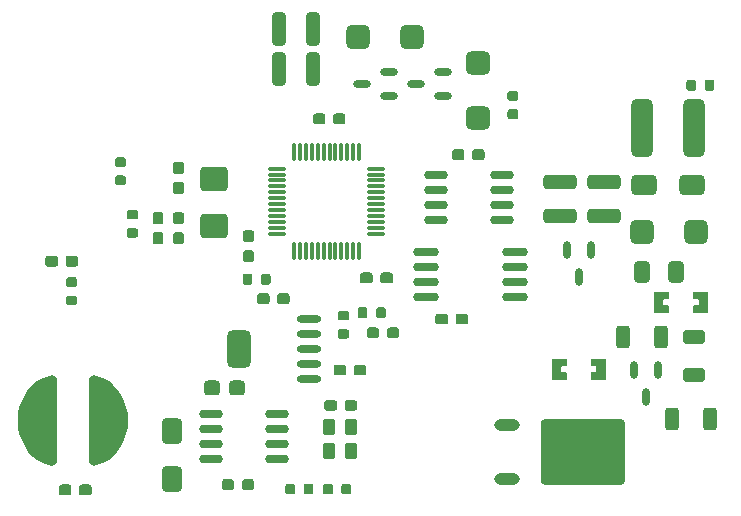
<source format=gtp>
G04 Layer_Color=8421504*
%FSLAX24Y24*%
%MOIN*%
G70*
G01*
G75*
%ADD12O,0.0800X0.0295*%
G04:AMPARAMS|DCode=14|XSize=55.1mil|YSize=70.9mil|CornerRadius=13.8mil|HoleSize=0mil|Usage=FLASHONLY|Rotation=180.000|XOffset=0mil|YOffset=0mil|HoleType=Round|Shape=RoundedRectangle|*
%AMROUNDEDRECTD14*
21,1,0.0551,0.0433,0,0,180.0*
21,1,0.0276,0.0709,0,0,180.0*
1,1,0.0276,-0.0138,0.0217*
1,1,0.0276,0.0138,0.0217*
1,1,0.0276,0.0138,-0.0217*
1,1,0.0276,-0.0138,-0.0217*
%
%ADD14ROUNDEDRECTD14*%
G04:AMPARAMS|DCode=15|XSize=54mil|YSize=50mil|CornerRadius=12.5mil|HoleSize=0mil|Usage=FLASHONLY|Rotation=0.000|XOffset=0mil|YOffset=0mil|HoleType=Round|Shape=RoundedRectangle|*
%AMROUNDEDRECTD15*
21,1,0.0540,0.0250,0,0,0.0*
21,1,0.0290,0.0500,0,0,0.0*
1,1,0.0250,0.0145,-0.0125*
1,1,0.0250,-0.0145,-0.0125*
1,1,0.0250,-0.0145,0.0125*
1,1,0.0250,0.0145,0.0125*
%
%ADD15ROUNDEDRECTD15*%
%ADD16O,0.0807X0.0256*%
G04:AMPARAMS|DCode=17|XSize=126mil|YSize=80.7mil|CornerRadius=20.2mil|HoleSize=0mil|Usage=FLASHONLY|Rotation=270.000|XOffset=0mil|YOffset=0mil|HoleType=Round|Shape=RoundedRectangle|*
%AMROUNDEDRECTD17*
21,1,0.1260,0.0404,0,0,270.0*
21,1,0.0856,0.0807,0,0,270.0*
1,1,0.0404,-0.0202,-0.0428*
1,1,0.0404,-0.0202,0.0428*
1,1,0.0404,0.0202,0.0428*
1,1,0.0404,0.0202,-0.0428*
%
%ADD17ROUNDEDRECTD17*%
%ADD18O,0.0850X0.0295*%
G04:AMPARAMS|DCode=19|XSize=110.2mil|YSize=47.2mil|CornerRadius=11.8mil|HoleSize=0mil|Usage=FLASHONLY|Rotation=270.000|XOffset=0mil|YOffset=0mil|HoleType=Round|Shape=RoundedRectangle|*
%AMROUNDEDRECTD19*
21,1,0.1102,0.0236,0,0,270.0*
21,1,0.0866,0.0472,0,0,270.0*
1,1,0.0236,-0.0118,-0.0433*
1,1,0.0236,-0.0118,0.0433*
1,1,0.0236,0.0118,0.0433*
1,1,0.0236,0.0118,-0.0433*
%
%ADD19ROUNDEDRECTD19*%
G04:AMPARAMS|DCode=20|XSize=110.2mil|YSize=47.2mil|CornerRadius=11.8mil|HoleSize=0mil|Usage=FLASHONLY|Rotation=180.000|XOffset=0mil|YOffset=0mil|HoleType=Round|Shape=RoundedRectangle|*
%AMROUNDEDRECTD20*
21,1,0.1102,0.0236,0,0,180.0*
21,1,0.0866,0.0472,0,0,180.0*
1,1,0.0236,-0.0433,0.0118*
1,1,0.0236,0.0433,0.0118*
1,1,0.0236,0.0433,-0.0118*
1,1,0.0236,-0.0433,-0.0118*
%
%ADD20ROUNDEDRECTD20*%
G04:AMPARAMS|DCode=21|XSize=194.9mil|YSize=70.9mil|CornerRadius=17.7mil|HoleSize=0mil|Usage=FLASHONLY|Rotation=90.000|XOffset=0mil|YOffset=0mil|HoleType=Round|Shape=RoundedRectangle|*
%AMROUNDEDRECTD21*
21,1,0.1949,0.0354,0,0,90.0*
21,1,0.1594,0.0709,0,0,90.0*
1,1,0.0354,0.0177,0.0797*
1,1,0.0354,0.0177,-0.0797*
1,1,0.0354,-0.0177,-0.0797*
1,1,0.0354,-0.0177,0.0797*
%
%ADD21ROUNDEDRECTD21*%
G04:AMPARAMS|DCode=23|XSize=90.6mil|YSize=82.7mil|CornerRadius=12.4mil|HoleSize=0mil|Usage=FLASHONLY|Rotation=0.000|XOffset=0mil|YOffset=0mil|HoleType=Round|Shape=RoundedRectangle|*
%AMROUNDEDRECTD23*
21,1,0.0906,0.0579,0,0,0.0*
21,1,0.0657,0.0827,0,0,0.0*
1,1,0.0248,0.0329,-0.0289*
1,1,0.0248,-0.0329,-0.0289*
1,1,0.0248,-0.0329,0.0289*
1,1,0.0248,0.0329,0.0289*
%
%ADD23ROUNDEDRECTD23*%
G04:AMPARAMS|DCode=26|XSize=55.1mil|YSize=41.3mil|CornerRadius=10.3mil|HoleSize=0mil|Usage=FLASHONLY|Rotation=270.000|XOffset=0mil|YOffset=0mil|HoleType=Round|Shape=RoundedRectangle|*
%AMROUNDEDRECTD26*
21,1,0.0551,0.0207,0,0,270.0*
21,1,0.0344,0.0413,0,0,270.0*
1,1,0.0207,-0.0103,-0.0172*
1,1,0.0207,-0.0103,0.0172*
1,1,0.0207,0.0103,0.0172*
1,1,0.0207,0.0103,-0.0172*
%
%ADD26ROUNDEDRECTD26*%
G04:AMPARAMS|DCode=27|XSize=47.2mil|YSize=74.8mil|CornerRadius=11.8mil|HoleSize=0mil|Usage=FLASHONLY|Rotation=180.000|XOffset=0mil|YOffset=0mil|HoleType=Round|Shape=RoundedRectangle|*
%AMROUNDEDRECTD27*
21,1,0.0472,0.0512,0,0,180.0*
21,1,0.0236,0.0748,0,0,180.0*
1,1,0.0236,-0.0118,0.0256*
1,1,0.0236,0.0118,0.0256*
1,1,0.0236,0.0118,-0.0256*
1,1,0.0236,-0.0118,-0.0256*
%
%ADD27ROUNDEDRECTD27*%
G04:AMPARAMS|DCode=28|XSize=47.2mil|YSize=74.8mil|CornerRadius=11.8mil|HoleSize=0mil|Usage=FLASHONLY|Rotation=90.000|XOffset=0mil|YOffset=0mil|HoleType=Round|Shape=RoundedRectangle|*
%AMROUNDEDRECTD28*
21,1,0.0472,0.0512,0,0,90.0*
21,1,0.0236,0.0748,0,0,90.0*
1,1,0.0236,0.0256,0.0118*
1,1,0.0236,0.0256,-0.0118*
1,1,0.0236,-0.0256,-0.0118*
1,1,0.0236,-0.0256,0.0118*
%
%ADD28ROUNDEDRECTD28*%
G04:AMPARAMS|DCode=30|XSize=82.7mil|YSize=78.7mil|CornerRadius=19.7mil|HoleSize=0mil|Usage=FLASHONLY|Rotation=180.000|XOffset=0mil|YOffset=0mil|HoleType=Round|Shape=RoundedRectangle|*
%AMROUNDEDRECTD30*
21,1,0.0827,0.0394,0,0,180.0*
21,1,0.0433,0.0787,0,0,180.0*
1,1,0.0394,-0.0217,0.0197*
1,1,0.0394,0.0217,0.0197*
1,1,0.0394,0.0217,-0.0197*
1,1,0.0394,-0.0217,-0.0197*
%
%ADD30ROUNDEDRECTD30*%
%ADD31O,0.0591X0.0281*%
G04:AMPARAMS|DCode=32|XSize=82.7mil|YSize=78.7mil|CornerRadius=19.7mil|HoleSize=0mil|Usage=FLASHONLY|Rotation=270.000|XOffset=0mil|YOffset=0mil|HoleType=Round|Shape=RoundedRectangle|*
%AMROUNDEDRECTD32*
21,1,0.0827,0.0394,0,0,270.0*
21,1,0.0433,0.0787,0,0,270.0*
1,1,0.0394,-0.0197,-0.0217*
1,1,0.0394,-0.0197,0.0217*
1,1,0.0394,0.0197,0.0217*
1,1,0.0394,0.0197,-0.0217*
%
%ADD32ROUNDEDRECTD32*%
%ADD33O,0.0281X0.0591*%
G04:AMPARAMS|DCode=34|XSize=86.6mil|YSize=68.9mil|CornerRadius=17.2mil|HoleSize=0mil|Usage=FLASHONLY|Rotation=90.000|XOffset=0mil|YOffset=0mil|HoleType=Round|Shape=RoundedRectangle|*
%AMROUNDEDRECTD34*
21,1,0.0866,0.0344,0,0,90.0*
21,1,0.0522,0.0689,0,0,90.0*
1,1,0.0344,0.0172,0.0261*
1,1,0.0344,0.0172,-0.0261*
1,1,0.0344,-0.0172,-0.0261*
1,1,0.0344,-0.0172,0.0261*
%
%ADD34ROUNDEDRECTD34*%
G04:AMPARAMS|DCode=35|XSize=86.6mil|YSize=68.9mil|CornerRadius=17.2mil|HoleSize=0mil|Usage=FLASHONLY|Rotation=180.000|XOffset=0mil|YOffset=0mil|HoleType=Round|Shape=RoundedRectangle|*
%AMROUNDEDRECTD35*
21,1,0.0866,0.0344,0,0,180.0*
21,1,0.0522,0.0689,0,0,180.0*
1,1,0.0344,-0.0261,0.0172*
1,1,0.0344,0.0261,0.0172*
1,1,0.0344,0.0261,-0.0172*
1,1,0.0344,-0.0261,-0.0172*
%
%ADD35ROUNDEDRECTD35*%
G04:AMPARAMS|DCode=37|XSize=279.5mil|YSize=218.5mil|CornerRadius=10.9mil|HoleSize=0mil|Usage=FLASHONLY|Rotation=0.000|XOffset=0mil|YOffset=0mil|HoleType=Round|Shape=RoundedRectangle|*
%AMROUNDEDRECTD37*
21,1,0.2795,0.1967,0,0,0.0*
21,1,0.2577,0.2185,0,0,0.0*
1,1,0.0219,0.1288,-0.0983*
1,1,0.0219,-0.1288,-0.0983*
1,1,0.0219,-0.1288,0.0983*
1,1,0.0219,0.1288,0.0983*
%
%ADD37ROUNDEDRECTD37*%
%ADD38O,0.0846X0.0394*%
%ADD39O,0.0118X0.0630*%
%ADD40O,0.0630X0.0118*%
G36*
X32759Y35568D02*
X32789Y35549D01*
X32808Y35519D01*
X32815Y35484D01*
Y35304D01*
X32808Y35269D01*
X32789Y35239D01*
X32759Y35219D01*
X32724Y35212D01*
X32494D01*
X32459Y35219D01*
X32429Y35239D01*
X32409Y35269D01*
X32402Y35304D01*
Y35484D01*
X32409Y35519D01*
X32429Y35549D01*
X32459Y35568D01*
X32494Y35575D01*
X32724D01*
X32759Y35568D01*
D02*
G37*
G36*
X34382Y36031D02*
X34412Y36011D01*
X34432Y35981D01*
X34439Y35946D01*
Y35766D01*
X34432Y35731D01*
X34412Y35701D01*
X34382Y35682D01*
X34347Y35675D01*
X34117D01*
X34082Y35682D01*
X34052Y35701D01*
X34032Y35731D01*
X34025Y35766D01*
Y35946D01*
X34032Y35981D01*
X34052Y36011D01*
X34082Y36031D01*
X34117Y36038D01*
X34347D01*
X34382Y36031D01*
D02*
G37*
G36*
X35052D02*
X35082Y36011D01*
X35102Y35981D01*
X35109Y35946D01*
Y35766D01*
X35102Y35731D01*
X35082Y35701D01*
X35052Y35682D01*
X35017Y35675D01*
X34787D01*
X34752Y35682D01*
X34722Y35701D01*
X34702Y35731D01*
X34695Y35766D01*
Y35946D01*
X34702Y35981D01*
X34722Y36011D01*
X34752Y36031D01*
X34787Y36038D01*
X35017D01*
X35052Y36031D01*
D02*
G37*
G36*
X32089Y35568D02*
X32119Y35549D01*
X32138Y35519D01*
X32145Y35484D01*
Y35304D01*
X32138Y35269D01*
X32119Y35239D01*
X32089Y35219D01*
X32054Y35212D01*
X31824D01*
X31789Y35219D01*
X31759Y35239D01*
X31739Y35269D01*
X31732Y35304D01*
Y35484D01*
X31739Y35519D01*
X31759Y35549D01*
X31789Y35568D01*
X31824Y35575D01*
X32054D01*
X32089Y35568D01*
D02*
G37*
G36*
X30986Y34328D02*
X31016Y34308D01*
X31036Y34279D01*
X31043Y34244D01*
Y34064D01*
X31036Y34028D01*
X31016Y33999D01*
X30986Y33979D01*
X30951Y33972D01*
X30721D01*
X30686Y33979D01*
X30656Y33999D01*
X30636Y34028D01*
X30629Y34064D01*
Y34244D01*
X30636Y34279D01*
X30656Y34308D01*
X30686Y34328D01*
X30721Y34335D01*
X30951D01*
X30986Y34328D01*
D02*
G37*
G36*
X31656D02*
X31686Y34308D01*
X31706Y34279D01*
X31713Y34244D01*
Y34064D01*
X31706Y34028D01*
X31686Y33999D01*
X31656Y33979D01*
X31621Y33972D01*
X31391D01*
X31356Y33979D01*
X31326Y33999D01*
X31306Y34028D01*
X31300Y34064D01*
Y34244D01*
X31306Y34279D01*
X31326Y34308D01*
X31356Y34328D01*
X31391Y34335D01*
X31621D01*
X31656Y34328D01*
D02*
G37*
G36*
X31086Y35520D02*
X31112Y35502D01*
X31130Y35475D01*
X31136Y35444D01*
Y35284D01*
X31130Y35253D01*
X31112Y35227D01*
X31086Y35209D01*
X31055Y35203D01*
X30855D01*
X30824Y35209D01*
X30797Y35227D01*
X30779Y35253D01*
X30773Y35284D01*
Y35444D01*
X30779Y35475D01*
X30797Y35502D01*
X30824Y35520D01*
X30855Y35526D01*
X31055D01*
X31086Y35520D01*
D02*
G37*
G36*
X43102Y36759D02*
X43111Y36738D01*
Y36077D01*
X43102Y36056D01*
X43081Y36047D01*
X42628D01*
X42607Y36056D01*
X42599Y36077D01*
Y36280D01*
X42607Y36300D01*
X42628Y36309D01*
X42766D01*
X42787Y36318D01*
X42796Y36339D01*
Y36476D01*
X42787Y36497D01*
X42766Y36506D01*
X42628D01*
X42607Y36515D01*
X42599Y36535D01*
Y36738D01*
X42607Y36759D01*
X42628Y36768D01*
X43081D01*
X43102Y36759D01*
D02*
G37*
G36*
X22031Y36632D02*
X22057Y36614D01*
X22075Y36588D01*
X22081Y36556D01*
Y36397D01*
X22075Y36365D01*
X22057Y36339D01*
X22031Y36321D01*
X22000Y36315D01*
X21800D01*
X21768Y36321D01*
X21742Y36339D01*
X21724Y36365D01*
X21718Y36397D01*
Y36556D01*
X21724Y36588D01*
X21742Y36614D01*
X21768Y36632D01*
X21800Y36638D01*
X22000D01*
X22031Y36632D01*
D02*
G37*
G36*
X28437Y36710D02*
X28467Y36690D01*
X28487Y36661D01*
X28494Y36625D01*
Y36445D01*
X28487Y36410D01*
X28467Y36381D01*
X28437Y36361D01*
X28402Y36354D01*
X28172D01*
X28137Y36361D01*
X28107Y36381D01*
X28087Y36410D01*
X28080Y36445D01*
Y36625D01*
X28087Y36661D01*
X28107Y36690D01*
X28137Y36710D01*
X28172Y36717D01*
X28402D01*
X28437Y36710D01*
D02*
G37*
G36*
X41802Y36759D02*
X41811Y36738D01*
Y36535D01*
X41802Y36515D01*
X41781Y36506D01*
X41643D01*
X41622Y36497D01*
X41614Y36476D01*
Y36339D01*
X41622Y36318D01*
X41643Y36309D01*
X41781D01*
X41802Y36300D01*
X41811Y36280D01*
Y36077D01*
X41802Y36056D01*
X41781Y36047D01*
X41328D01*
X41307Y36056D01*
X41299Y36077D01*
Y36738D01*
X41307Y36759D01*
X41328Y36768D01*
X41781D01*
X41802Y36759D01*
D02*
G37*
G36*
X31086Y36130D02*
X31112Y36112D01*
X31130Y36086D01*
X31136Y36054D01*
Y35894D01*
X31130Y35863D01*
X31112Y35837D01*
X31086Y35819D01*
X31055Y35813D01*
X30855D01*
X30824Y35819D01*
X30797Y35837D01*
X30779Y35863D01*
X30773Y35894D01*
Y36054D01*
X30779Y36086D01*
X30797Y36112D01*
X30824Y36130D01*
X30855Y36136D01*
X31055D01*
X31086Y36130D01*
D02*
G37*
G36*
X31706Y36248D02*
X31732Y36231D01*
X31750Y36204D01*
X31756Y36173D01*
Y35973D01*
X31750Y35942D01*
X31732Y35915D01*
X31706Y35897D01*
X31675Y35891D01*
X31515D01*
X31483Y35897D01*
X31457Y35915D01*
X31439Y35942D01*
X31433Y35973D01*
Y36173D01*
X31439Y36204D01*
X31457Y36231D01*
X31483Y36248D01*
X31515Y36254D01*
X31675D01*
X31706Y36248D01*
D02*
G37*
G36*
X32316D02*
X32342Y36231D01*
X32360Y36204D01*
X32366Y36173D01*
Y35973D01*
X32360Y35942D01*
X32342Y35915D01*
X32316Y35897D01*
X32285Y35891D01*
X32125D01*
X32093Y35897D01*
X32067Y35915D01*
X32049Y35942D01*
X32043Y35973D01*
Y36173D01*
X32049Y36204D01*
X32067Y36231D01*
X32093Y36248D01*
X32125Y36254D01*
X32285D01*
X32316Y36248D01*
D02*
G37*
G36*
X30554Y30362D02*
X30581Y30345D01*
X30598Y30318D01*
X30605Y30287D01*
Y30087D01*
X30598Y30056D01*
X30581Y30029D01*
X30554Y30012D01*
X30523Y30005D01*
X30363D01*
X30332Y30012D01*
X30305Y30029D01*
X30288Y30056D01*
X30281Y30087D01*
Y30287D01*
X30288Y30318D01*
X30305Y30345D01*
X30332Y30362D01*
X30363Y30369D01*
X30523D01*
X30554Y30362D01*
D02*
G37*
G36*
X31164D02*
X31191Y30345D01*
X31208Y30318D01*
X31215Y30287D01*
Y30087D01*
X31208Y30056D01*
X31191Y30029D01*
X31164Y30012D01*
X31133Y30005D01*
X30973D01*
X30942Y30012D01*
X30915Y30029D01*
X30898Y30056D01*
X30891Y30087D01*
Y30287D01*
X30898Y30318D01*
X30915Y30345D01*
X30942Y30362D01*
X30973Y30369D01*
X31133D01*
X31164Y30362D01*
D02*
G37*
G36*
X27256Y30519D02*
X27286Y30499D01*
X27306Y30470D01*
X27313Y30434D01*
Y30254D01*
X27306Y30219D01*
X27286Y30190D01*
X27256Y30170D01*
X27221Y30163D01*
X26991D01*
X26956Y30170D01*
X26926Y30190D01*
X26906Y30219D01*
X26899Y30254D01*
Y30434D01*
X26906Y30470D01*
X26926Y30499D01*
X26956Y30519D01*
X26991Y30526D01*
X27221D01*
X27256Y30519D01*
D02*
G37*
G36*
X29904Y30362D02*
X29931Y30345D01*
X29949Y30318D01*
X29955Y30287D01*
Y30087D01*
X29949Y30056D01*
X29931Y30029D01*
X29904Y30012D01*
X29873Y30005D01*
X29713D01*
X29682Y30012D01*
X29656Y30029D01*
X29638Y30056D01*
X29632Y30087D01*
Y30287D01*
X29638Y30318D01*
X29656Y30345D01*
X29682Y30362D01*
X29713Y30369D01*
X29873D01*
X29904Y30362D01*
D02*
G37*
G36*
X21833Y30332D02*
X21863Y30312D01*
X21882Y30283D01*
X21889Y30247D01*
Y30067D01*
X21882Y30032D01*
X21863Y30003D01*
X21833Y29983D01*
X21798Y29976D01*
X21568D01*
X21533Y29983D01*
X21503Y30003D01*
X21483Y30032D01*
X21476Y30067D01*
Y30247D01*
X21483Y30283D01*
X21503Y30312D01*
X21533Y30332D01*
X21568Y30339D01*
X21798D01*
X21833Y30332D01*
D02*
G37*
G36*
X22503D02*
X22533Y30312D01*
X22552Y30283D01*
X22559Y30247D01*
Y30067D01*
X22552Y30032D01*
X22533Y30003D01*
X22503Y29983D01*
X22468Y29976D01*
X22238D01*
X22203Y29983D01*
X22173Y30003D01*
X22153Y30032D01*
X22146Y30067D01*
Y30247D01*
X22153Y30283D01*
X22173Y30312D01*
X22203Y30332D01*
X22238Y30339D01*
X22468D01*
X22503Y30332D01*
D02*
G37*
G36*
X29294Y30362D02*
X29321Y30345D01*
X29339Y30318D01*
X29345Y30287D01*
Y30087D01*
X29339Y30056D01*
X29321Y30029D01*
X29294Y30012D01*
X29263Y30005D01*
X29103D01*
X29072Y30012D01*
X29046Y30029D01*
X29028Y30056D01*
X29022Y30087D01*
Y30287D01*
X29028Y30318D01*
X29046Y30345D01*
X29072Y30362D01*
X29103Y30369D01*
X29263D01*
X29294Y30362D01*
D02*
G37*
G36*
X31351Y33157D02*
X31381Y33137D01*
X31401Y33107D01*
X31408Y33072D01*
Y32892D01*
X31401Y32857D01*
X31381Y32827D01*
X31351Y32808D01*
X31316Y32801D01*
X31086D01*
X31051Y32808D01*
X31021Y32827D01*
X31001Y32857D01*
X30994Y32892D01*
Y33072D01*
X31001Y33107D01*
X31021Y33137D01*
X31051Y33157D01*
X31086Y33164D01*
X31316D01*
X31351Y33157D01*
D02*
G37*
G36*
X38396Y34525D02*
X38405Y34504D01*
Y34301D01*
X38396Y34280D01*
X38376Y34272D01*
X38238D01*
X38217Y34263D01*
X38208Y34242D01*
Y34104D01*
X38217Y34083D01*
X38238Y34075D01*
X38376D01*
X38396Y34066D01*
X38405Y34045D01*
Y33843D01*
X38396Y33822D01*
X38376Y33813D01*
X37923D01*
X37902Y33822D01*
X37893Y33843D01*
Y34504D01*
X37902Y34525D01*
X37923Y34533D01*
X38376D01*
X38396Y34525D01*
D02*
G37*
G36*
X39696D02*
X39705Y34504D01*
Y33843D01*
X39696Y33822D01*
X39676Y33813D01*
X39223D01*
X39202Y33822D01*
X39193Y33843D01*
Y34045D01*
X39202Y34066D01*
X39223Y34075D01*
X39361D01*
X39382Y34083D01*
X39390Y34104D01*
Y34242D01*
X39382Y34263D01*
X39361Y34272D01*
X39223D01*
X39202Y34280D01*
X39193Y34301D01*
Y34504D01*
X39202Y34525D01*
X39223Y34533D01*
X39676D01*
X39696Y34525D01*
D02*
G37*
G36*
X30681Y33157D02*
X30711Y33137D01*
X30731Y33107D01*
X30738Y33072D01*
Y32892D01*
X30731Y32857D01*
X30711Y32827D01*
X30681Y32808D01*
X30646Y32801D01*
X30416D01*
X30381Y32808D01*
X30351Y32827D01*
X30331Y32857D01*
X30324Y32892D01*
Y33072D01*
X30331Y33107D01*
X30351Y33137D01*
X30381Y33157D01*
X30416Y33164D01*
X30646D01*
X30681Y33157D01*
D02*
G37*
G36*
X27926Y30519D02*
X27956Y30499D01*
X27976Y30470D01*
X27983Y30434D01*
Y30254D01*
X27976Y30219D01*
X27956Y30190D01*
X27926Y30170D01*
X27891Y30163D01*
X27661D01*
X27626Y30170D01*
X27596Y30190D01*
X27576Y30219D01*
X27569Y30254D01*
Y30434D01*
X27576Y30470D01*
X27596Y30499D01*
X27626Y30519D01*
X27661Y30526D01*
X27891D01*
X27926Y30519D01*
D02*
G37*
G36*
X22725Y33963D02*
X22854Y33922D01*
X23005Y33862D01*
X23145Y33779D01*
X23270Y33675D01*
X23275Y33670D01*
X23424Y33505D01*
X23549Y33321D01*
X23649Y33122D01*
X23722Y32911D01*
X23767Y32693D01*
X23781Y32470D01*
X23767Y32248D01*
X23722Y32030D01*
X23649Y31819D01*
X23549Y31620D01*
X23424Y31436D01*
X23275Y31271D01*
X23272Y31268D01*
X23146Y31163D01*
X23004Y31079D01*
X22851Y31018D01*
X22717Y30976D01*
X22644Y30967D01*
X22573Y30986D01*
X22514Y31029D01*
X22475Y31091D01*
X22461Y31164D01*
Y33769D01*
X22476Y33844D01*
X22516Y33908D01*
X22577Y33952D01*
X22650Y33972D01*
X22725Y33963D01*
D02*
G37*
G36*
X21305Y33955D02*
X21364Y33912D01*
X21403Y33849D01*
X21417Y33777D01*
Y31172D01*
X21402Y31097D01*
X21362Y31033D01*
X21301Y30989D01*
X21228Y30969D01*
X21153Y30978D01*
X21023Y31019D01*
X20873Y31079D01*
X20733Y31162D01*
X20608Y31266D01*
X20603Y31271D01*
X20454Y31436D01*
X20329Y31620D01*
X20228Y31819D01*
X20156Y32030D01*
X20111Y32248D01*
X20097Y32470D01*
X20111Y32693D01*
X20156Y32911D01*
X20228Y33122D01*
X20329Y33321D01*
X20454Y33505D01*
X20603Y33670D01*
X20606Y33673D01*
X20732Y33778D01*
X20874Y33862D01*
X21026Y33923D01*
X21161Y33965D01*
X21234Y33974D01*
X21305Y33955D01*
D02*
G37*
G36*
X25578Y41096D02*
X25608Y41076D01*
X25628Y41046D01*
X25635Y41011D01*
Y40781D01*
X25628Y40746D01*
X25608Y40716D01*
X25578Y40696D01*
X25543Y40689D01*
X25363D01*
X25328Y40696D01*
X25298Y40716D01*
X25278Y40746D01*
X25271Y40781D01*
Y41011D01*
X25278Y41046D01*
X25298Y41076D01*
X25328Y41096D01*
X25363Y41103D01*
X25543D01*
X25578Y41096D01*
D02*
G37*
G36*
X23655Y41248D02*
X23681Y41230D01*
X23699Y41204D01*
X23705Y41172D01*
Y41012D01*
X23699Y40981D01*
X23681Y40955D01*
X23655Y40937D01*
X23624Y40931D01*
X23424D01*
X23392Y40937D01*
X23366Y40955D01*
X23348Y40981D01*
X23342Y41012D01*
Y41172D01*
X23348Y41204D01*
X23366Y41230D01*
X23392Y41248D01*
X23424Y41254D01*
X23624D01*
X23655Y41248D01*
D02*
G37*
G36*
X34933Y41513D02*
X34963Y41493D01*
X34983Y41464D01*
X34990Y41429D01*
Y41249D01*
X34983Y41213D01*
X34963Y41184D01*
X34933Y41164D01*
X34898Y41157D01*
X34668D01*
X34633Y41164D01*
X34603Y41184D01*
X34583Y41213D01*
X34576Y41249D01*
Y41429D01*
X34583Y41464D01*
X34603Y41493D01*
X34633Y41513D01*
X34668Y41520D01*
X34898D01*
X34933Y41513D01*
D02*
G37*
G36*
X23655Y40638D02*
X23681Y40620D01*
X23699Y40594D01*
X23705Y40562D01*
Y40402D01*
X23699Y40371D01*
X23681Y40345D01*
X23655Y40327D01*
X23624Y40321D01*
X23424D01*
X23392Y40327D01*
X23366Y40345D01*
X23348Y40371D01*
X23342Y40402D01*
Y40562D01*
X23348Y40594D01*
X23366Y40620D01*
X23392Y40638D01*
X23424Y40644D01*
X23624D01*
X23655Y40638D01*
D02*
G37*
G36*
X25577Y39423D02*
X25607Y39403D01*
X25627Y39373D01*
X25634Y39338D01*
Y39108D01*
X25627Y39073D01*
X25607Y39043D01*
X25577Y39023D01*
X25542Y39016D01*
X25362D01*
X25327Y39023D01*
X25297Y39043D01*
X25277Y39073D01*
X25270Y39108D01*
Y39338D01*
X25277Y39373D01*
X25297Y39403D01*
X25327Y39423D01*
X25362Y39430D01*
X25542D01*
X25577Y39423D01*
D02*
G37*
G36*
X24049Y39496D02*
X24075Y39478D01*
X24093Y39452D01*
X24099Y39420D01*
Y39260D01*
X24093Y39229D01*
X24075Y39203D01*
X24049Y39185D01*
X24017Y39179D01*
X23817D01*
X23786Y39185D01*
X23760Y39203D01*
X23742Y39229D01*
X23736Y39260D01*
Y39420D01*
X23742Y39452D01*
X23760Y39478D01*
X23786Y39496D01*
X23817Y39502D01*
X24017D01*
X24049Y39496D01*
D02*
G37*
G36*
X25578Y40426D02*
X25608Y40406D01*
X25628Y40376D01*
X25635Y40341D01*
Y40111D01*
X25628Y40076D01*
X25608Y40046D01*
X25578Y40026D01*
X25543Y40019D01*
X25363D01*
X25328Y40026D01*
X25298Y40046D01*
X25278Y40076D01*
X25271Y40111D01*
Y40341D01*
X25278Y40376D01*
X25298Y40406D01*
X25328Y40426D01*
X25363Y40433D01*
X25543D01*
X25578Y40426D01*
D02*
G37*
G36*
X36736Y43452D02*
X36762Y43435D01*
X36780Y43408D01*
X36786Y43377D01*
Y43217D01*
X36780Y43186D01*
X36762Y43159D01*
X36736Y43142D01*
X36704Y43136D01*
X36504D01*
X36473Y43142D01*
X36447Y43159D01*
X36429Y43186D01*
X36423Y43217D01*
Y43377D01*
X36429Y43408D01*
X36447Y43435D01*
X36473Y43452D01*
X36504Y43459D01*
X36704D01*
X36736Y43452D01*
D02*
G37*
G36*
X42661Y43827D02*
X42687Y43809D01*
X42705Y43783D01*
X42711Y43752D01*
Y43552D01*
X42705Y43520D01*
X42687Y43494D01*
X42661Y43476D01*
X42629Y43470D01*
X42469D01*
X42438Y43476D01*
X42412Y43494D01*
X42394Y43520D01*
X42388Y43552D01*
Y43752D01*
X42394Y43783D01*
X42412Y43809D01*
X42438Y43827D01*
X42469Y43833D01*
X42629D01*
X42661Y43827D01*
D02*
G37*
G36*
X43271D02*
X43297Y43809D01*
X43315Y43783D01*
X43321Y43752D01*
Y43552D01*
X43315Y43520D01*
X43297Y43494D01*
X43271Y43476D01*
X43239Y43470D01*
X43079D01*
X43048Y43476D01*
X43022Y43494D01*
X43004Y43520D01*
X42998Y43552D01*
Y43752D01*
X43004Y43783D01*
X43022Y43809D01*
X43048Y43827D01*
X43079Y43833D01*
X43239D01*
X43271Y43827D01*
D02*
G37*
G36*
X36736Y42842D02*
X36762Y42825D01*
X36780Y42798D01*
X36786Y42767D01*
Y42607D01*
X36780Y42576D01*
X36762Y42549D01*
X36736Y42532D01*
X36704Y42526D01*
X36504D01*
X36473Y42532D01*
X36447Y42549D01*
X36429Y42576D01*
X36423Y42607D01*
Y42767D01*
X36429Y42798D01*
X36447Y42825D01*
X36473Y42842D01*
X36504Y42849D01*
X36704D01*
X36736Y42842D01*
D02*
G37*
G36*
X35603Y41513D02*
X35633Y41493D01*
X35653Y41464D01*
X35660Y41429D01*
Y41249D01*
X35653Y41213D01*
X35633Y41184D01*
X35603Y41164D01*
X35568Y41157D01*
X35338D01*
X35303Y41164D01*
X35273Y41184D01*
X35253Y41213D01*
X35246Y41249D01*
Y41429D01*
X35253Y41464D01*
X35273Y41493D01*
X35303Y41513D01*
X35338Y41520D01*
X35568D01*
X35603Y41513D01*
D02*
G37*
G36*
X30297Y42704D02*
X30327Y42684D01*
X30347Y42655D01*
X30354Y42620D01*
Y42440D01*
X30347Y42404D01*
X30327Y42375D01*
X30297Y42355D01*
X30262Y42348D01*
X30032D01*
X29997Y42355D01*
X29967Y42375D01*
X29948Y42404D01*
X29941Y42440D01*
Y42620D01*
X29948Y42655D01*
X29967Y42684D01*
X29997Y42704D01*
X30032Y42711D01*
X30262D01*
X30297Y42704D01*
D02*
G37*
G36*
X30967D02*
X30997Y42684D01*
X31017Y42655D01*
X31024Y42620D01*
Y42440D01*
X31017Y42404D01*
X30997Y42375D01*
X30967Y42355D01*
X30932Y42348D01*
X30702D01*
X30667Y42355D01*
X30637Y42375D01*
X30618Y42404D01*
X30611Y42440D01*
Y42620D01*
X30618Y42655D01*
X30637Y42684D01*
X30667Y42704D01*
X30702Y42711D01*
X30932D01*
X30967Y42704D01*
D02*
G37*
G36*
X31872Y37399D02*
X31902Y37379D01*
X31922Y37350D01*
X31929Y37314D01*
Y37134D01*
X31922Y37099D01*
X31902Y37070D01*
X31872Y37050D01*
X31837Y37043D01*
X31607D01*
X31572Y37050D01*
X31542Y37070D01*
X31522Y37099D01*
X31515Y37134D01*
Y37314D01*
X31522Y37350D01*
X31542Y37379D01*
X31572Y37399D01*
X31607Y37406D01*
X31837D01*
X31872Y37399D01*
D02*
G37*
G36*
X32542D02*
X32572Y37379D01*
X32592Y37350D01*
X32599Y37314D01*
Y37134D01*
X32592Y37099D01*
X32572Y37070D01*
X32542Y37050D01*
X32507Y37043D01*
X32277D01*
X32242Y37050D01*
X32212Y37070D01*
X32192Y37099D01*
X32185Y37134D01*
Y37314D01*
X32192Y37350D01*
X32212Y37379D01*
X32242Y37399D01*
X32277Y37406D01*
X32507D01*
X32542Y37399D01*
D02*
G37*
G36*
X21380Y37960D02*
X21410Y37940D01*
X21430Y37911D01*
X21437Y37875D01*
Y37695D01*
X21430Y37660D01*
X21410Y37631D01*
X21380Y37611D01*
X21345Y37604D01*
X21115D01*
X21080Y37611D01*
X21050Y37631D01*
X21030Y37660D01*
X21023Y37695D01*
Y37875D01*
X21030Y37911D01*
X21050Y37940D01*
X21080Y37960D01*
X21115Y37967D01*
X21345D01*
X21380Y37960D01*
D02*
G37*
G36*
X28477Y37360D02*
X28504Y37343D01*
X28521Y37316D01*
X28528Y37285D01*
Y37085D01*
X28521Y37054D01*
X28504Y37027D01*
X28477Y37010D01*
X28446Y37003D01*
X28286D01*
X28255Y37010D01*
X28228Y37027D01*
X28211Y37054D01*
X28204Y37085D01*
Y37285D01*
X28211Y37316D01*
X28228Y37343D01*
X28255Y37360D01*
X28286Y37367D01*
X28446D01*
X28477Y37360D01*
D02*
G37*
G36*
X29107Y36710D02*
X29137Y36690D01*
X29157Y36661D01*
X29164Y36625D01*
Y36445D01*
X29157Y36410D01*
X29137Y36381D01*
X29107Y36361D01*
X29072Y36354D01*
X28842D01*
X28807Y36361D01*
X28777Y36381D01*
X28757Y36410D01*
X28750Y36445D01*
Y36625D01*
X28757Y36661D01*
X28777Y36690D01*
X28807Y36710D01*
X28842Y36717D01*
X29072D01*
X29107Y36710D01*
D02*
G37*
G36*
X22031Y37242D02*
X22057Y37224D01*
X22075Y37198D01*
X22081Y37167D01*
Y37006D01*
X22075Y36975D01*
X22057Y36949D01*
X22031Y36931D01*
X22000Y36925D01*
X21800D01*
X21768Y36931D01*
X21742Y36949D01*
X21724Y36975D01*
X21718Y37006D01*
Y37167D01*
X21724Y37198D01*
X21742Y37224D01*
X21768Y37242D01*
X21800Y37248D01*
X22000D01*
X22031Y37242D01*
D02*
G37*
G36*
X27867Y37360D02*
X27894Y37343D01*
X27911Y37316D01*
X27918Y37285D01*
Y37085D01*
X27911Y37054D01*
X27894Y37027D01*
X27867Y37010D01*
X27836Y37003D01*
X27676D01*
X27645Y37010D01*
X27618Y37027D01*
X27601Y37054D01*
X27594Y37085D01*
Y37285D01*
X27601Y37316D01*
X27618Y37343D01*
X27645Y37360D01*
X27676Y37367D01*
X27836D01*
X27867Y37360D01*
D02*
G37*
G36*
X27920Y38822D02*
X27950Y38802D01*
X27970Y38773D01*
X27977Y38737D01*
Y38507D01*
X27970Y38472D01*
X27950Y38443D01*
X27920Y38423D01*
X27885Y38416D01*
X27705D01*
X27670Y38423D01*
X27640Y38443D01*
X27620Y38472D01*
X27614Y38507D01*
Y38737D01*
X27620Y38773D01*
X27640Y38802D01*
X27670Y38822D01*
X27705Y38829D01*
X27885D01*
X27920Y38822D01*
D02*
G37*
G36*
X24049Y38886D02*
X24075Y38868D01*
X24093Y38842D01*
X24099Y38810D01*
Y38650D01*
X24093Y38619D01*
X24075Y38593D01*
X24049Y38575D01*
X24017Y38569D01*
X23817D01*
X23786Y38575D01*
X23760Y38593D01*
X23742Y38619D01*
X23736Y38650D01*
Y38810D01*
X23742Y38842D01*
X23760Y38868D01*
X23786Y38886D01*
X23817Y38892D01*
X24017D01*
X24049Y38886D01*
D02*
G37*
G36*
X24899Y39423D02*
X24929Y39403D01*
X24948Y39373D01*
X24955Y39338D01*
Y39108D01*
X24948Y39073D01*
X24929Y39043D01*
X24899Y39023D01*
X24864Y39016D01*
X24684D01*
X24649Y39023D01*
X24619Y39043D01*
X24599Y39073D01*
X24592Y39108D01*
Y39338D01*
X24599Y39373D01*
X24619Y39403D01*
X24649Y39423D01*
X24684Y39430D01*
X24864D01*
X24899Y39423D01*
D02*
G37*
G36*
X25577Y38753D02*
X25607Y38733D01*
X25627Y38703D01*
X25634Y38668D01*
Y38438D01*
X25627Y38403D01*
X25607Y38373D01*
X25577Y38353D01*
X25542Y38346D01*
X25362D01*
X25327Y38353D01*
X25297Y38373D01*
X25277Y38403D01*
X25270Y38438D01*
Y38668D01*
X25277Y38703D01*
X25297Y38733D01*
X25327Y38753D01*
X25362Y38760D01*
X25542D01*
X25577Y38753D01*
D02*
G37*
G36*
X22050Y37960D02*
X22080Y37940D01*
X22100Y37911D01*
X22107Y37875D01*
Y37695D01*
X22100Y37660D01*
X22080Y37631D01*
X22050Y37611D01*
X22015Y37604D01*
X21785D01*
X21750Y37611D01*
X21720Y37631D01*
X21700Y37660D01*
X21693Y37695D01*
Y37875D01*
X21700Y37911D01*
X21720Y37940D01*
X21750Y37960D01*
X21785Y37967D01*
X22015D01*
X22050Y37960D01*
D02*
G37*
G36*
X27920Y38152D02*
X27950Y38132D01*
X27970Y38103D01*
X27977Y38067D01*
Y37837D01*
X27970Y37802D01*
X27950Y37773D01*
X27920Y37753D01*
X27885Y37746D01*
X27705D01*
X27670Y37753D01*
X27640Y37773D01*
X27620Y37802D01*
X27614Y37837D01*
Y38067D01*
X27620Y38103D01*
X27640Y38132D01*
X27670Y38152D01*
X27705Y38159D01*
X27885D01*
X27920Y38152D01*
D02*
G37*
G36*
X24899Y38753D02*
X24929Y38733D01*
X24948Y38703D01*
X24955Y38668D01*
Y38438D01*
X24948Y38403D01*
X24929Y38373D01*
X24899Y38353D01*
X24864Y38346D01*
X24684D01*
X24649Y38353D01*
X24619Y38373D01*
X24599Y38403D01*
X24592Y38438D01*
Y38668D01*
X24599Y38703D01*
X24619Y38733D01*
X24649Y38753D01*
X24684Y38760D01*
X24864D01*
X24899Y38753D01*
D02*
G37*
D12*
X34026Y40640D02*
D03*
Y40140D02*
D03*
X36226D02*
D03*
Y40640D02*
D03*
X34026Y39140D02*
D03*
X36226D02*
D03*
X34026Y39640D02*
D03*
X36226D02*
D03*
X28745Y31697D02*
D03*
X26545D02*
D03*
X28745Y31197D02*
D03*
X26545D02*
D03*
X28745Y32697D02*
D03*
Y32197D02*
D03*
X26545D02*
D03*
Y32697D02*
D03*
D14*
X40896Y37431D02*
D03*
X42037D02*
D03*
D15*
X27425Y33553D02*
D03*
X26585D02*
D03*
D16*
X29823Y35343D02*
D03*
Y35843D02*
D03*
Y33843D02*
D03*
Y34343D02*
D03*
Y34843D02*
D03*
D17*
X27461D02*
D03*
D18*
X36670Y37100D02*
D03*
X33720D02*
D03*
X36670Y38100D02*
D03*
Y37600D02*
D03*
Y36600D02*
D03*
X33720Y38100D02*
D03*
Y37600D02*
D03*
Y36600D02*
D03*
D19*
X28809Y45522D02*
D03*
X29951D02*
D03*
X28809Y44193D02*
D03*
X29951D02*
D03*
D20*
X38169Y40423D02*
D03*
Y39281D02*
D03*
X39656Y40423D02*
D03*
Y39281D02*
D03*
D21*
X42638Y42234D02*
D03*
X40906D02*
D03*
D23*
X26634Y40532D02*
D03*
Y38957D02*
D03*
D26*
X30463Y32254D02*
D03*
X31211D02*
D03*
X30463Y31457D02*
D03*
X31211D02*
D03*
D27*
X40285Y35266D02*
D03*
X41545D02*
D03*
X43169Y32510D02*
D03*
X41909D02*
D03*
D28*
X42648Y35246D02*
D03*
Y33986D02*
D03*
D30*
X35453Y44380D02*
D03*
Y42569D02*
D03*
D31*
X34276Y44097D02*
D03*
Y43297D02*
D03*
X33366Y43697D02*
D03*
X32485Y44097D02*
D03*
Y43297D02*
D03*
X31575Y43697D02*
D03*
D32*
X31447Y45246D02*
D03*
X33258D02*
D03*
X40896Y38750D02*
D03*
X42707D02*
D03*
D33*
X39222Y38164D02*
D03*
X38422D02*
D03*
X38822Y37254D02*
D03*
X41437Y34149D02*
D03*
X40637D02*
D03*
X41037Y33239D02*
D03*
D34*
X25226Y32126D02*
D03*
Y30512D02*
D03*
D35*
X40965Y40315D02*
D03*
X42579D02*
D03*
D37*
X38957Y31407D02*
D03*
D38*
X36398Y32305D02*
D03*
Y30510D02*
D03*
D39*
X29311Y38130D02*
D03*
X29508D02*
D03*
X29705D02*
D03*
X29902D02*
D03*
X30098D02*
D03*
X30295D02*
D03*
X30492D02*
D03*
X30689D02*
D03*
X30886D02*
D03*
X31083D02*
D03*
Y41437D02*
D03*
X30886D02*
D03*
X30689D02*
D03*
X30492D02*
D03*
X30295D02*
D03*
X30098D02*
D03*
X29902D02*
D03*
X29705D02*
D03*
X29508D02*
D03*
X29311D02*
D03*
X31280Y38130D02*
D03*
X31476D02*
D03*
Y41437D02*
D03*
X31280D02*
D03*
D40*
X32047Y38701D02*
D03*
Y38898D02*
D03*
Y39094D02*
D03*
Y39291D02*
D03*
Y39488D02*
D03*
Y40079D02*
D03*
Y40276D02*
D03*
Y40472D02*
D03*
Y40669D02*
D03*
Y40866D02*
D03*
Y39685D02*
D03*
Y39882D02*
D03*
X28740Y39488D02*
D03*
Y39291D02*
D03*
Y39094D02*
D03*
Y38898D02*
D03*
Y38701D02*
D03*
Y40866D02*
D03*
Y40669D02*
D03*
Y40472D02*
D03*
Y40276D02*
D03*
Y40079D02*
D03*
Y39882D02*
D03*
Y39685D02*
D03*
M02*

</source>
